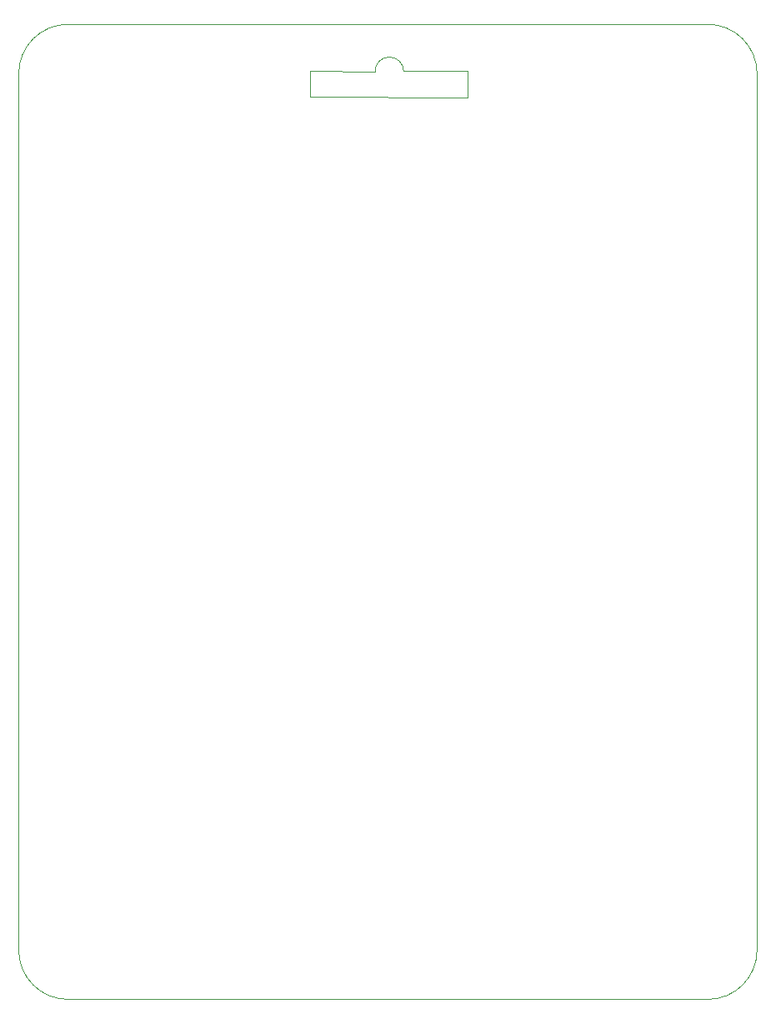
<source format=gbr>
%TF.GenerationSoftware,KiCad,Pcbnew,9.0.0*%
%TF.CreationDate,2025-05-15T06:11:23+08:00*%
%TF.ProjectId,greybadge_pcb,67726579-6261-4646-9765-5f7063622e6b,rev?*%
%TF.SameCoordinates,Original*%
%TF.FileFunction,Profile,NP*%
%FSLAX46Y46*%
G04 Gerber Fmt 4.6, Leading zero omitted, Abs format (unit mm)*
G04 Created by KiCad (PCBNEW 9.0.0) date 2025-05-15 06:11:23*
%MOMM*%
%LPD*%
G01*
G04 APERTURE LIST*
%TA.AperFunction,Profile*%
%ADD10C,0.050000*%
%TD*%
G04 APERTURE END LIST*
D10*
X86749979Y-149985092D02*
G75*
G02*
X81750008Y-144985092I21J4999992D01*
G01*
X86749979Y-50985092D02*
X151749979Y-50985092D01*
X120852363Y-55747543D02*
X127381000Y-55753000D01*
X151749979Y-149985092D02*
X86749979Y-149985092D01*
X111328200Y-58369200D02*
X127381000Y-58394600D01*
X117947326Y-55763916D02*
X111328200Y-55749000D01*
X81749979Y-144985092D02*
X81749979Y-55985092D01*
X117947325Y-55763916D02*
G75*
G02*
X120852279Y-55747542I1452475J8516D01*
G01*
X111328200Y-58369200D02*
X111328200Y-55749047D01*
X81749979Y-55985092D02*
G75*
G02*
X86749979Y-50985089I4999951J52D01*
G01*
X156749979Y-144985092D02*
G75*
G02*
X151749979Y-149985079I-5000079J92D01*
G01*
X156749979Y-55985092D02*
X156749979Y-144985092D01*
X151749979Y-50985092D02*
G75*
G02*
X156750008Y-55985092I21J-5000008D01*
G01*
X127381000Y-58394600D02*
X127381000Y-55753000D01*
M02*

</source>
